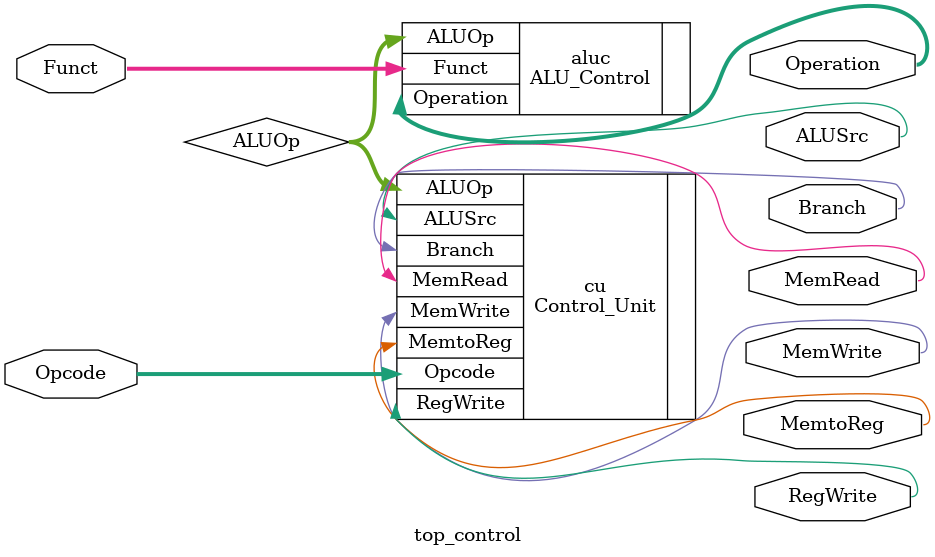
<source format=v>
module top_control
(
input [6:0]Opcode,
input [3:0]Funct,

output [3:0]Operation,
output Branch, MemRead, MemtoReg, MemWrite, ALUSrc, RegWrite
);

wire [1:0]ALUOp;

Control_Unit cu
(
.Opcode(Opcode),
.ALUOp(ALUOp),
.Branch(Branch),
.MemRead(MemRead),
.MemtoReg(MemtoReg),
.MemWrite(MemWrite),
.ALUSrc(ALUSrc),
.RegWrite(RegWrite)
);

ALU_Control aluc
(
.ALUOp(ALUOp),
.Funct(Funct),
.Operation(Operation)
);

endmodule
</source>
